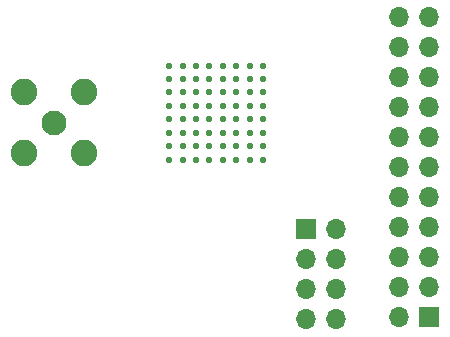
<source format=gbs>
G04 #@! TF.GenerationSoftware,KiCad,Pcbnew,(5.1.10)-1*
G04 #@! TF.CreationDate,2022-03-04T01:02:41-08:00*
G04 #@! TF.ProjectId,Chekov,4368656b-6f76-42e6-9b69-6361645f7063,rev?*
G04 #@! TF.SameCoordinates,Original*
G04 #@! TF.FileFunction,Soldermask,Bot*
G04 #@! TF.FilePolarity,Negative*
%FSLAX46Y46*%
G04 Gerber Fmt 4.6, Leading zero omitted, Abs format (unit mm)*
G04 Created by KiCad (PCBNEW (5.1.10)-1) date 2022-03-04 01:02:41*
%MOMM*%
%LPD*%
G01*
G04 APERTURE LIST*
%ADD10O,1.700000X1.700000*%
%ADD11R,1.700000X1.700000*%
%ADD12C,0.568750*%
%ADD13C,2.250000*%
%ADD14C,2.100000*%
G04 APERTURE END LIST*
D10*
G04 #@! TO.C,J3*
X106680000Y-86106000D03*
X104140000Y-86106000D03*
X106680000Y-83566000D03*
X104140000Y-83566000D03*
X106680000Y-81026000D03*
X104140000Y-81026000D03*
X106680000Y-78486000D03*
D11*
X104140000Y-78486000D03*
G04 #@! TD*
D12*
G04 #@! TO.C,U6*
X100501250Y-72619250D03*
X100501250Y-71481750D03*
X100501250Y-70344250D03*
X100501250Y-69206750D03*
X100501250Y-68069250D03*
X100501250Y-66931750D03*
X100501250Y-65794250D03*
X100501250Y-64656750D03*
X99363750Y-72619250D03*
X99363750Y-71481750D03*
X99363750Y-70344250D03*
X99363750Y-69206750D03*
X99363750Y-68069250D03*
X99363750Y-66931750D03*
X99363750Y-65794250D03*
X99363750Y-64656750D03*
X98226250Y-72619250D03*
X98226250Y-71481750D03*
X98226250Y-70344250D03*
X98226250Y-69206750D03*
X98226250Y-68069250D03*
X98226250Y-66931750D03*
X98226250Y-65794250D03*
X98226250Y-64656750D03*
X97088750Y-72619250D03*
X97088750Y-71481750D03*
X97088750Y-70344250D03*
X97088750Y-69206750D03*
X97088750Y-68069250D03*
X97088750Y-66931750D03*
X97088750Y-65794250D03*
X97088750Y-64656750D03*
X95951250Y-72619250D03*
X95951250Y-71481750D03*
X95951250Y-70344250D03*
X95951250Y-69206750D03*
X95951250Y-68069250D03*
X95951250Y-66931750D03*
X95951250Y-65794250D03*
X95951250Y-64656750D03*
X94813750Y-72619250D03*
X94813750Y-71481750D03*
X94813750Y-70344250D03*
X94813750Y-69206750D03*
X94813750Y-68069250D03*
X94813750Y-66931750D03*
X94813750Y-65794250D03*
X94813750Y-64656750D03*
X93676250Y-72619250D03*
X93676250Y-71481750D03*
X93676250Y-70344250D03*
X93676250Y-69206750D03*
X93676250Y-68069250D03*
X93676250Y-66931750D03*
X93676250Y-65794250D03*
X93676250Y-64656750D03*
X92538750Y-72619250D03*
X92538750Y-71481750D03*
X92538750Y-70344250D03*
X92538750Y-69206750D03*
X92538750Y-68069250D03*
X92538750Y-66931750D03*
X92538750Y-65794250D03*
X92538750Y-64656750D03*
G04 #@! TD*
D13*
G04 #@! TO.C,J2*
X85354000Y-66929000D03*
X85354000Y-72029000D03*
X80254000Y-72029000D03*
X80254000Y-66929000D03*
D14*
X82804000Y-69479000D03*
G04 #@! TD*
D10*
G04 #@! TO.C,J1*
X112014000Y-60579000D03*
X114554000Y-60579000D03*
X112014000Y-63119000D03*
X114554000Y-63119000D03*
X112014000Y-65659000D03*
X114554000Y-65659000D03*
X112014000Y-68199000D03*
X114554000Y-68199000D03*
X112014000Y-70739000D03*
X114554000Y-70739000D03*
X112014000Y-73279000D03*
X114554000Y-73279000D03*
X112014000Y-75819000D03*
X114554000Y-75819000D03*
X112014000Y-78359000D03*
X114554000Y-78359000D03*
X112014000Y-80899000D03*
X114554000Y-80899000D03*
X112014000Y-83439000D03*
X114554000Y-83439000D03*
X112014000Y-85979000D03*
D11*
X114554000Y-85979000D03*
G04 #@! TD*
M02*

</source>
